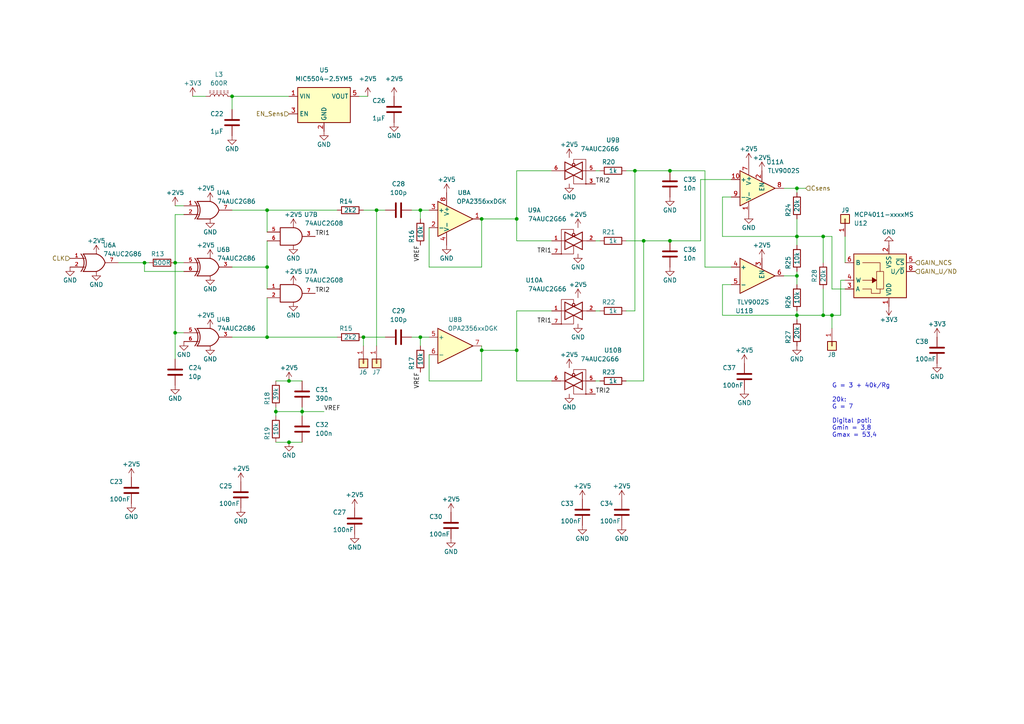
<source format=kicad_sch>
(kicad_sch (version 20211123) (generator eeschema)
  (paper "A4")
  (lib_symbols
    (symbol "74xGxx:74AUC2G08" (pin_names (offset 1.016))
      (property "Reference" "U" (at -2.54 3.81 0))
      (property "Value" "74AUC2G08" (at 0 -3.81 0))
      (symbol "74AUC2G08_0_1"
        (arc (start 0 -2.54) (mid 2.54 0) (end 0 2.54) (stroke (width 0.254)))
        (polyline (pts (xy 0 -2.54) (xy -3.81 -2.54) (xy -3.81 2.54) (xy 0 2.54)) (stroke (width 0.254)))
        (pin power_in line (at 0 -2.54 270) (length 0) hide (name "GND") (number "4"))
        (pin power_in line (at 0 2.54 90) (length 0) hide (name "VCC") (number "8"))
      )
      (symbol "74AUC2G08_1_1"
        (pin input line (at -7.62 1.27 0) (length 3.81) (name "~") (number "1"))
        (pin input line (at -7.62 -1.27 0) (length 3.81) (name "~") (number "2"))
        (pin output line (at 6.35 0 180) (length 3.81) (name "~") (number "7"))
      )
      (symbol "74AUC2G08_2_1"
        (pin output line (at 6.35 0 180) (length 3.81) (name "~") (number "3"))
        (pin input line (at -7.62 1.27 0) (length 3.81) (name "~") (number "5"))
        (pin input line (at -7.62 -1.27 0) (length 3.81) (name "~") (number "6"))
      )
    )
    (symbol "74xGxx:74AUC2G66" (pin_names (offset 1.016))
      (property "Reference" "U" (at -2.54 5.08 0))
      (property "Value" "74AUC2G66" (at 0 -5.08 0))
      (symbol "74AUC2G66_0_1"
        (circle (center -3.556 -3.81) (radius 0.127))
        (polyline (pts (xy -3.81 0) (xy -2.54 0)))
        (polyline (pts (xy -2.54 2.54) (xy -2.54 -2.54)) (stroke (width 0.254)))
        (polyline (pts (xy 2.54 0) (xy 3.81 0)))
        (polyline (pts (xy 2.54 2.54) (xy 2.54 -2.54)) (stroke (width 0.254)))
        (polyline (pts (xy -3.81 -3.81) (xy 0 -3.81) (xy 0 -1.27)))
        (polyline (pts (xy -2.54 -2.54) (xy 2.54 0) (xy -2.54 2.54)) (stroke (width 0.254)))
        (polyline (pts (xy 2.54 2.54) (xy -2.54 0) (xy 2.54 -2.54)) (stroke (width 0.254)))
        (polyline (pts (xy 0 2.159) (xy 0 3.302) (xy -3.556 3.302) (xy -3.556 -3.81)))
        (circle (center 0 1.778) (radius 0.381) (stroke (width 0.254)))
        (pin power_in line (at 1.27 -3.81 270) (length 0) hide (name "GND") (number "4"))
        (pin power_in line (at 1.27 3.81 90) (length 0) hide (name "VCC") (number "8"))
      )
      (symbol "74AUC2G66_1_1"
        (pin input line (at -6.35 0 0) (length 2.54) (name "~") (number "1"))
        (pin tri_state line (at 6.35 0 180) (length 2.54) (name "~") (number "2"))
        (pin input line (at -6.35 -3.81 0) (length 2.54) (name "~") (number "7"))
      )
      (symbol "74AUC2G66_2_1"
        (pin input line (at -6.35 -3.81 0) (length 2.54) (name "~") (number "3"))
        (pin input line (at -6.35 0 0) (length 2.54) (name "~") (number "5"))
        (pin tri_state line (at 6.35 0 180) (length 2.54) (name "~") (number "6"))
      )
    )
    (symbol "74xGxx:74AUC2G86" (pin_names (offset 1.016))
      (property "Reference" "U" (at -2.54 3.81 0))
      (property "Value" "74AUC2G86" (at 0 -3.81 0))
      (symbol "74AUC2G86_0_1"
        (arc (start -4.445 -2.54) (mid -3.554 0) (end -4.445 2.54) (stroke (width 0.254)))
        (arc (start -3.81 -2.54) (mid -2.919 0) (end -3.81 2.54) (stroke (width 0.254)))
        (arc (start 0 -2.54) (mid 1.5993 -1.6027) (end 2.54 0) (stroke (width 0.254)))
        (polyline (pts (xy -3.81 -1.27) (xy -3.175 -1.27)))
        (polyline (pts (xy -3.81 1.27) (xy -3.175 1.27)))
        (polyline (pts (xy 0 -2.54) (xy -3.81 -2.54)) (stroke (width 0.254)) (fill (type background)))
        (polyline (pts (xy 0 2.54) (xy -3.81 2.54)) (stroke (width 0.254)) (fill (type background)))
        (arc (start 2.54 0) (mid 1.6119 1.6152) (end 0 2.54) (stroke (width 0.254)))
        (pin power_in line (at 0 -2.54 270) (length 0) hide (name "GND") (number "4"))
        (pin power_in line (at 0 2.54 90) (length 0) hide (name "VCC") (number "8"))
      )
      (symbol "74AUC2G86_1_1"
        (pin input line (at -7.62 1.27 0) (length 3.81) (name "~") (number "1"))
        (pin input line (at -7.62 -1.27 0) (length 3.81) (name "~") (number "2"))
        (pin output line (at 6.35 0 180) (length 3.81) (name "~") (number "7"))
      )
      (symbol "74AUC2G86_2_1"
        (pin output line (at 6.35 0 180) (length 3.81) (name "~") (number "3"))
        (pin input line (at -7.62 1.27 0) (length 3.81) (name "~") (number "5"))
        (pin input line (at -7.62 -1.27 0) (length 3.81) (name "~") (number "6"))
      )
    )
    (symbol "Amplifier_Operational:OPA2356xxDGK" (pin_names (offset 0.127))
      (property "Reference" "U" (at 0 5.08 0))
      (property "Value" "OPA2356xxDGK" (at 0 -5.08 0))
      (symbol "OPA2356xxDGK_1_1"
        (polyline (pts (xy -5.08 5.08) (xy 5.08 0) (xy -5.08 -5.08) (xy -5.08 5.08)) (stroke (width 0.254)) (fill (type background)))
        (pin output line (at 7.62 0 180) (length 2.54) (name "~") (number "1"))
        (pin input line (at -7.62 -2.54 0) (length 2.54) (name "-") (number "2"))
        (pin input line (at -7.62 2.54 0) (length 2.54) (name "+") (number "3"))
      )
      (symbol "OPA2356xxDGK_2_1"
        (polyline (pts (xy -5.08 5.08) (xy 5.08 0) (xy -5.08 -5.08) (xy -5.08 5.08)) (stroke (width 0.254)) (fill (type background)))
        (pin input line (at -7.62 2.54 0) (length 2.54) (name "+") (number "5"))
        (pin input line (at -7.62 -2.54 0) (length 2.54) (name "-") (number "6"))
        (pin output line (at 7.62 0 180) (length 2.54) (name "~") (number "7"))
      )
      (symbol "OPA2356xxDGK_3_1"
        (pin power_in line (at -2.54 -7.62 90) (length 3.81) (name "V-") (number "4"))
        (pin power_in line (at -2.54 7.62 270) (length 3.81) (name "V+") (number "8"))
      )
    )
    (symbol "Bergi:TLV9002S" (pin_names (offset 0.127))
      (property "Reference" "U" (at 0 5.08 0))
      (property "Value" "TLV9002S" (at 0 -5.08 0))
      (symbol "TLV9002S_1_1"
        (polyline (pts (xy -5.08 5.08) (xy 5.08 0) (xy -5.08 -5.08) (xy -5.08 5.08)) (stroke (width 0.254)) (fill (type background)))
        (pin input line (at -7.62 2.54 0) (length 2.54) (name "+") (number "10"))
        (pin output line (at 1.27 5.08 270) (length 3.175) (name "EN") (number "2"))
        (pin output line (at 7.62 0 180) (length 2.54) (name "~") (number "8"))
        (pin input line (at -7.62 -2.54 0) (length 2.54) (name "-") (number "9"))
      )
      (symbol "TLV9002S_2_1"
        (polyline (pts (xy -5.08 5.08) (xy 5.08 0) (xy -5.08 -5.08) (xy -5.08 5.08)) (stroke (width 0.254)) (fill (type background)))
        (pin output line (at 1.27 5.08 270) (length 3.175) (name "EN") (number "3"))
        (pin input line (at -7.62 2.54 0) (length 2.54) (name "+") (number "4"))
        (pin input line (at -7.62 -2.54 0) (length 2.54) (name "-") (number "5"))
        (pin output line (at 7.62 0 180) (length 2.54) (name "~") (number "6"))
      )
      (symbol "TLV9002S_3_1"
        (pin power_in line (at -2.54 -7.62 90) (length 3.81) (name "V-") (number "1"))
        (pin power_in line (at -2.54 7.62 270) (length 3.81) (name "V+") (number "7"))
      )
    )
    (symbol "Connector_Generic:Conn_01x01" (pin_names (offset 1.016) hide)
      (property "Reference" "J" (at 0 2.54 0))
      (property "Value" "Conn_01x01" (at 0 -2.54 0))
      (symbol "Conn_01x01_1_1"
        (rectangle (start -1.27 0.127) (end 0 -0.127) (stroke (width 0.1524)))
        (rectangle (start -1.27 1.27) (end 1.27 -1.27) (stroke (width 0.254)) (fill (type background)))
        (pin passive line (at -5.08 0 0) (length 3.81) (name "Pin_1") (number "1"))
      )
    )
    (symbol "Device:C" (pin_numbers hide) (pin_names (offset 0.254))
      (property "Reference" "C" (at 0.635 2.54 0))
      (property "Value" "C" (at 0.635 -2.54 0))
      (symbol "C_0_1"
        (polyline (pts (xy -2.032 -0.762) (xy 2.032 -0.762)) (stroke (width 0.508)))
        (polyline (pts (xy -2.032 0.762) (xy 2.032 0.762)) (stroke (width 0.508)))
      )
      (symbol "C_1_1"
        (pin passive line (at 0 3.81 270) (length 2.794) (name "~") (number "1"))
        (pin passive line (at 0 -3.81 90) (length 2.794) (name "~") (number "2"))
      )
    )
    (symbol "Device:L_Ferrite" (pin_numbers hide) (pin_names (offset 1.016) hide)
      (property "Reference" "L" (at -1.27 0 90))
      (property "Value" "L_Ferrite" (at 2.794 0 90))
      (symbol "L_Ferrite_0_1"
        (arc (start 0 -2.54) (mid 0.635 -1.905) (end 0 -1.27))
        (arc (start 0 -1.27) (mid 0.635 -0.635) (end 0 0))
        (polyline (pts (xy 1.016 -2.794) (xy 1.016 -2.286)))
        (polyline (pts (xy 1.016 -1.778) (xy 1.016 -1.27)))
        (polyline (pts (xy 1.016 -0.762) (xy 1.016 -0.254)))
        (polyline (pts (xy 1.016 0.254) (xy 1.016 0.762)))
        (polyline (pts (xy 1.016 1.27) (xy 1.016 1.778)))
        (polyline (pts (xy 1.016 2.286) (xy 1.016 2.794)))
        (polyline (pts (xy 1.524 -2.286) (xy 1.524 -2.794)))
        (polyline (pts (xy 1.524 -1.27) (xy 1.524 -1.778)))
        (polyline (pts (xy 1.524 -0.254) (xy 1.524 -0.762)))
        (polyline (pts (xy 1.524 0.762) (xy 1.524 0.254)))
        (polyline (pts (xy 1.524 1.778) (xy 1.524 1.27)))
        (polyline (pts (xy 1.524 2.794) (xy 1.524 2.286)))
        (arc (start 0 0) (mid 0.635 0.635) (end 0 1.27))
        (arc (start 0 1.27) (mid 0.635 1.905) (end 0 2.54))
      )
      (symbol "L_Ferrite_1_1"
        (pin passive line (at 0 3.81 270) (length 1.27) (name "1") (number "1"))
        (pin passive line (at 0 -3.81 90) (length 1.27) (name "2") (number "2"))
      )
    )
    (symbol "Device:R" (pin_numbers hide) (pin_names (offset 0))
      (property "Reference" "R" (at 2.032 0 90))
      (property "Value" "R" (at 0 0 90))
      (symbol "R_0_1"
        (rectangle (start -1.016 -2.54) (end 1.016 2.54) (stroke (width 0.254)))
      )
      (symbol "R_1_1"
        (pin passive line (at 0 3.81 270) (length 1.27) (name "~") (number "1"))
        (pin passive line (at 0 -3.81 90) (length 1.27) (name "~") (number "2"))
      )
    )
    (symbol "Potentiometer_Digital:MCP4011-xxxxMS"
      (property "Reference" "U" (at -7.62 8.89 0))
      (property "Value" "MCP4011-xxxxMS" (at 1.27 8.89 0))
      (symbol "MCP4011-xxxxMS_0_1"
        (polyline (pts (xy 0 0) (xy 0 -2.54) (xy 5.08 -2.54)))
        (polyline (pts (xy 5.08 2.54) (xy 3.81 2.54) (xy 1.27 2.54)))
        (polyline (pts (xy 5.08 5.08) (xy 2.54 5.08) (xy 2.54 6.35) (xy 0 6.35) (xy 0 5.08)))
      )
      (symbol "MCP4011-xxxxMS_1_1"
        (rectangle (start -7.62 7.62) (end 7.62 -5.08) (stroke (width 0.254)) (fill (type background)))
        (polyline (pts (xy 2.286 1.778) (xy 2.286 3.302) (xy 1.016 2.54) (xy 2.286 1.778)) (fill (type outline)))
        (rectangle (start 1.016 0) (end -1.016 5.08))
        (pin power_in line (at -2.54 10.16 270) (length 2.54) (name "VDD") (number "1"))
        (pin power_in line (at -2.54 -7.62 90) (length 2.54) (name "VSS") (number "2"))
        (pin passive line (at 10.16 5.08 180) (length 2.54) (name "A") (number "3"))
        (pin passive line (at 10.16 2.54 180) (length 2.54) (name "W") (number "4"))
        (pin input line (at -10.16 -2.54 0) (length 2.54) (name "~{CS}") (number "5"))
        (pin passive line (at 10.16 -2.54 180) (length 2.54) (name "B") (number "6"))
        (pin no_connect line (at -7.62 5.08 0) (length 2.54) hide (name "NC") (number "7"))
        (pin input line (at -10.16 0 0) (length 2.54) (name "U/~{D}") (number "8"))
      )
    )
    (symbol "Regulator_Linear:MIC5504-2.5YM5"
      (property "Reference" "U" (at -7.62 8.89 0))
      (property "Value" "MIC5504-2.5YM5" (at -7.62 6.35 0))
      (symbol "MIC5504-2.5YM5_0_1"
        (rectangle (start -7.62 -5.08) (end 7.62 5.08) (stroke (width 0.254)) (fill (type background)))
      )
      (symbol "MIC5504-2.5YM5_1_1"
        (pin power_in line (at -10.16 2.54 0) (length 2.54) (name "VIN") (number "1"))
        (pin power_in line (at 0 -7.62 90) (length 2.54) (name "GND") (number "2"))
        (pin input line (at -10.16 -2.54 0) (length 2.54) (name "EN") (number "3"))
        (pin no_connect line (at 7.62 -2.54 180) (length 2.54) hide (name "NC") (number "4"))
        (pin power_out line (at 10.16 2.54 180) (length 2.54) (name "VOUT") (number "5"))
      )
    )
    (symbol "power:+2V5" (power) (pin_names (offset 0))
      (property "Value" "+2V5" (at 0 3.556 0))
      (symbol "+2V5_0_1"
        (polyline (pts (xy -0.762 1.27) (xy 0 2.54)))
        (polyline (pts (xy 0 0) (xy 0 2.54)))
        (polyline (pts (xy 0 2.54) (xy 0.762 1.27)))
      )
      (symbol "+2V5_1_1"
        (pin power_in line (at 0 0 90) (length 0) hide (name "+2V5") (number "1"))
      )
    )
    (symbol "power:+3V3" (power) (pin_names (offset 0))
      (property "Value" "+3V3" (at 0 3.556 0))
      (symbol "+3V3_0_1"
        (polyline (pts (xy -0.762 1.27) (xy 0 2.54)))
        (polyline (pts (xy 0 0) (xy 0 2.54)))
        (polyline (pts (xy 0 2.54) (xy 0.762 1.27)))
      )
      (symbol "+3V3_1_1"
        (pin power_in line (at 0 0 90) (length 0) hide (name "+3V3") (number "1"))
      )
    )
    (symbol "power:GND" (power) (pin_names (offset 0))
      (property "Value" "GND" (at 0 -3.81 0))
      (symbol "GND_0_1"
        (polyline (pts (xy 0 0) (xy 0 -1.27) (xy 1.27 -1.27) (xy 0 -2.54) (xy -1.27 -1.27) (xy 0 -1.27)))
      )
      (symbol "GND_1_1"
        (pin power_in line (at 0 0 270) (length 0) hide (name "GND") (number "1"))
      )
    )
  )
  (junction (at 80.01 119.38))
  (junction (at 67.31 27.94))
  (junction (at 149.86 101.6))
  (junction (at 121.92 97.79))
  (junction (at 83.82 128.27))
  (junction (at 109.22 60.96))
  (junction (at 87.63 119.38))
  (junction (at 77.47 97.79))
  (junction (at 77.47 77.47))
  (junction (at 105.41 97.79))
  (junction (at 231.14 54.61))
  (junction (at 194.31 49.53))
  (junction (at 77.47 60.96))
  (junction (at 121.92 60.96))
  (junction (at 139.7 63.5))
  (junction (at 238.76 68.58))
  (junction (at 139.7 101.6))
  (junction (at 238.76 91.44))
  (junction (at 149.86 63.5))
  (junction (at 186.69 69.85))
  (junction (at 184.15 49.53))
  (junction (at 194.31 69.85))
  (junction (at 50.8 96.52))
  (junction (at 231.14 91.44))
  (junction (at 50.8 76.2))
  (junction (at 83.82 110.49))
  (junction (at 241.3 91.44))
  (junction (at 231.14 80.01))
  (junction (at 231.14 68.58))
  (junction (at 41.91 76.2))
  (wire (pts (xy 121.92 63.5) (xy 121.92 60.96)))
  (wire (pts (xy 77.47 69.85) (xy 77.47 77.47)))
  (wire (pts (xy 109.22 60.96) (xy 111.76 60.96)))
  (wire (pts (xy 80.01 118.11) (xy 80.01 119.38)))
  (wire (pts (xy 231.14 90.17) (xy 231.14 91.44)))
  (wire (pts (xy 231.14 54.61) (xy 233.68 54.61)))
  (wire (pts (xy 77.47 60.96) (xy 77.47 67.31)))
  (wire (pts (xy 50.8 59.69) (xy 53.34 59.69)))
  (wire (pts (xy 83.82 110.49) (xy 87.63 110.49)))
  (wire (pts (xy 53.34 78.74) (xy 41.91 78.74)))
  (wire (pts (xy 241.3 91.44) (xy 241.3 95.25)))
  (wire (pts (xy 227.33 54.61) (xy 231.14 54.61)))
  (wire (pts (xy 181.61 69.85) (xy 186.69 69.85)))
  (wire (pts (xy 209.55 68.58) (xy 209.55 57.15)))
  (wire (pts (xy 231.14 91.44) (xy 238.76 91.44)))
  (wire (pts (xy 203.2 52.07) (xy 212.09 52.07)))
  (wire (pts (xy 83.82 128.27) (xy 87.63 128.27)))
  (wire (pts (xy 105.41 60.96) (xy 109.22 60.96)))
  (wire (pts (xy 184.15 90.17) (xy 184.15 49.53)))
  (wire (pts (xy 209.55 82.55) (xy 212.09 82.55)))
  (wire (pts (xy 231.14 68.58) (xy 231.14 71.12)))
  (wire (pts (xy 184.15 49.53) (xy 181.61 49.53)))
  (wire (pts (xy 172.72 69.85) (xy 173.99 69.85)))
  (wire (pts (xy 77.47 86.36) (xy 77.47 97.79)))
  (wire (pts (xy 50.8 62.23) (xy 53.34 62.23)))
  (wire (pts (xy 50.8 76.2) (xy 50.8 62.23)))
  (wire (pts (xy 238.76 76.2) (xy 238.76 68.58)))
  (wire (pts (xy 67.31 60.96) (xy 77.47 60.96)))
  (wire (pts (xy 231.14 63.5) (xy 231.14 68.58)))
  (wire (pts (xy 105.41 100.33) (xy 105.41 97.79)))
  (wire (pts (xy 184.15 49.53) (xy 194.31 49.53)))
  (wire (pts (xy 172.72 110.49) (xy 173.99 110.49)))
  (wire (pts (xy 186.69 110.49) (xy 186.69 69.85)))
  (wire (pts (xy 139.7 100.33) (xy 139.7 101.6)))
  (wire (pts (xy 149.86 110.49) (xy 149.86 101.6)))
  (wire (pts (xy 87.63 119.38) (xy 87.63 120.65)))
  (wire (pts (xy 67.31 97.79) (xy 77.47 97.79)))
  (wire (pts (xy 124.46 110.49) (xy 139.7 110.49)))
  (wire (pts (xy 124.46 102.87) (xy 124.46 110.49)))
  (wire (pts (xy 41.91 78.74) (xy 41.91 76.2)))
  (wire (pts (xy 227.33 80.01) (xy 231.14 80.01)))
  (wire (pts (xy 204.47 49.53) (xy 204.47 77.47)))
  (wire (pts (xy 80.01 120.65) (xy 80.01 119.38)))
  (wire (pts (xy 139.7 77.47) (xy 139.7 63.5)))
  (wire (pts (xy 77.47 97.79) (xy 97.79 97.79)))
  (wire (pts (xy 41.91 76.2) (xy 43.18 76.2)))
  (wire (pts (xy 121.92 60.96) (xy 124.46 60.96)))
  (wire (pts (xy 231.14 68.58) (xy 209.55 68.58)))
  (wire (pts (xy 149.86 101.6) (xy 149.86 90.17)))
  (wire (pts (xy 203.2 69.85) (xy 203.2 52.07)))
  (wire (pts (xy 231.14 78.74) (xy 231.14 80.01)))
  (wire (pts (xy 245.11 83.82) (xy 241.3 83.82)))
  (wire (pts (xy 67.31 27.94) (xy 67.31 31.75)))
  (wire (pts (xy 241.3 91.44) (xy 238.76 91.44)))
  (wire (pts (xy 149.86 90.17) (xy 160.02 90.17)))
  (wire (pts (xy 104.14 27.94) (xy 106.68 27.94)))
  (wire (pts (xy 241.3 68.58) (xy 241.3 83.82)))
  (wire (pts (xy 231.14 80.01) (xy 231.14 82.55)))
  (wire (pts (xy 139.7 101.6) (xy 149.86 101.6)))
  (wire (pts (xy 238.76 83.82) (xy 238.76 91.44)))
  (wire (pts (xy 160.02 110.49) (xy 149.86 110.49)))
  (wire (pts (xy 238.76 68.58) (xy 231.14 68.58)))
  (wire (pts (xy 50.8 96.52) (xy 50.8 104.14)))
  (wire (pts (xy 55.88 27.94) (xy 59.69 27.94)))
  (wire (pts (xy 194.31 49.53) (xy 204.47 49.53)))
  (wire (pts (xy 245.11 68.58) (xy 245.11 76.2)))
  (wire (pts (xy 149.86 49.53) (xy 160.02 49.53)))
  (wire (pts (xy 119.38 60.96) (xy 121.92 60.96)))
  (wire (pts (xy 119.38 97.79) (xy 121.92 97.79)))
  (wire (pts (xy 50.8 76.2) (xy 53.34 76.2)))
  (wire (pts (xy 149.86 69.85) (xy 149.86 63.5)))
  (wire (pts (xy 181.61 90.17) (xy 184.15 90.17)))
  (wire (pts (xy 121.92 100.33) (xy 121.92 97.79)))
  (wire (pts (xy 231.14 91.44) (xy 231.14 92.71)))
  (wire (pts (xy 243.84 81.28) (xy 245.11 81.28)))
  (wire (pts (xy 181.61 110.49) (xy 186.69 110.49)))
  (wire (pts (xy 77.47 60.96) (xy 97.79 60.96)))
  (wire (pts (xy 87.63 119.38) (xy 87.63 118.11)))
  (wire (pts (xy 50.8 96.52) (xy 53.34 96.52)))
  (wire (pts (xy 109.22 100.33) (xy 109.22 60.96)))
  (wire (pts (xy 243.84 91.44) (xy 241.3 91.44)))
  (wire (pts (xy 186.69 69.85) (xy 194.31 69.85)))
  (wire (pts (xy 50.8 76.2) (xy 50.8 96.52)))
  (wire (pts (xy 121.92 97.79) (xy 124.46 97.79)))
  (wire (pts (xy 34.29 76.2) (xy 41.91 76.2)))
  (wire (pts (xy 172.72 90.17) (xy 173.99 90.17)))
  (wire (pts (xy 139.7 101.6) (xy 139.7 110.49)))
  (wire (pts (xy 149.86 63.5) (xy 149.86 49.53)))
  (wire (pts (xy 194.31 69.85) (xy 203.2 69.85)))
  (wire (pts (xy 243.84 81.28) (xy 243.84 91.44)))
  (wire (pts (xy 67.31 27.94) (xy 83.82 27.94)))
  (wire (pts (xy 209.55 91.44) (xy 209.55 82.55)))
  (wire (pts (xy 238.76 68.58) (xy 241.3 68.58)))
  (wire (pts (xy 80.01 128.27) (xy 83.82 128.27)))
  (wire (pts (xy 80.01 110.49) (xy 83.82 110.49)))
  (wire (pts (xy 105.41 97.79) (xy 111.76 97.79)))
  (wire (pts (xy 124.46 77.47) (xy 139.7 77.47)))
  (wire (pts (xy 80.01 119.38) (xy 87.63 119.38)))
  (wire (pts (xy 209.55 57.15) (xy 212.09 57.15)))
  (wire (pts (xy 172.72 49.53) (xy 173.99 49.53)))
  (wire (pts (xy 77.47 83.82) (xy 77.47 77.47)))
  (wire (pts (xy 231.14 91.44) (xy 209.55 91.44)))
  (wire (pts (xy 231.14 54.61) (xy 231.14 55.88)))
  (wire (pts (xy 160.02 69.85) (xy 149.86 69.85)))
  (wire (pts (xy 139.7 63.5) (xy 149.86 63.5)))
  (wire (pts (xy 124.46 66.04) (xy 124.46 77.47)))
  (wire (pts (xy 67.31 77.47) (xy 77.47 77.47)))
  (wire (pts (xy 204.47 77.47) (xy 212.09 77.47)))
  (wire (pts (xy 87.63 119.38) (xy 93.98 119.38)))
  (text "G = 3 + 40k/Rg\n\n20k:\nG = 7\n\nDigital poti:\nGmin = 3,8\nGmax = 53,4" (at 241.3 127 0) (effects (font (size 1.27 1.27)) (justify left bottom)))
  (label "TRI1" (at 160.02 93.98 180))
  (label "VREF" (at 93.98 119.38 0))
  (label "TRI2" (at 172.72 53.34 0))
  (label "TRI2" (at 91.44 85.09 0))
  (label "TRI2" (at 172.72 114.3 0))
  (label "TRI1" (at 91.44 68.58 0))
  (label "VREF" (at 121.92 107.95 270))
  (label "TRI1" (at 160.02 73.66 180))
  (label "VREF" (at 121.92 71.12 270))
  (hierarchical_label "Csens" (shape input) (at 233.68 54.61 0))
  (hierarchical_label "GAIN_U{slash}ND" (shape input) (at 265.43 78.74 0))
  (hierarchical_label "CLK" (shape input) (at 20.32 74.93 180))
  (hierarchical_label "EN_Sens" (shape input) (at 83.82 33.02 180))
  (hierarchical_label "GAIN_NCS" (shape input) (at 265.43 76.2 0))
  (symbol (lib_id "power:GND") (at 83.82 128.27 0) (unit 1)
    (property "Reference" "#PWR086" (effects hide))
    (property "Value" "GND" (at 83.82 132.08 0))
  )
  (symbol (lib_id "power:GND") (at 102.87 154.94 0) (unit 1)
    (property "Reference" "#PWR084" (effects hide))
    (property "Value" "GND" (at 102.87 158.75 0))
  )
  (symbol (lib_id "power:GND") (at 85.09 71.12 0) (unit 1)
    (property "Reference" "#PWR080" (effects hide))
    (property "Value" "GND" (at 85.09 74.93 0))
  )
  (symbol (lib_id "Device:C") (at 115.57 97.79 90) (unit 1)
    (property "Reference" "C29" (at 115.57 90.17 90))
    (property "Value" "100p" (at 115.57 92.71 90))
    (property "Footprint" "Capacitor_SMD:C_0603_1608Metric" (effects hide))
  )
  (symbol (lib_id "74xGxx:74AUC2G66") (at 166.37 49.53 0) (mirror y) (unit 2)
    (property "Reference" "U9" (at 177.8 40.64 0))
    (property "Value" "74AUC2G66" (at 173.99 43.18 0))
    (property "Footprint" "Package_SO:VSSOP-8_2.3x2mm_P0.5mm" (effects hide))
    (property "Datasheet" "http://www.ti.com/lit/sg/scyt129e/scyt129e.pdf" (effects hide))
    (property "HTN" "TI SN74AUC2G66DCUR" (effects hide))
  )
  (symbol (lib_id "Device:C") (at 87.63 124.46 0) (unit 1)
    (property "Reference" "C32" (at 91.44 123.1899 0) (effects (justify left)))
    (property "Value" "100n" (at 91.44 125.7299 0) (effects (justify left)))
    (property "Footprint" "Capacitor_SMD:C_0603_1608Metric" (effects hide))
  )
  (symbol (lib_id "Device:R") (at 231.14 86.36 180) (unit 1)
    (property "Reference" "R26" (at 228.6 87.63 90))
    (property "Value" "10k" (at 231.14 86.36 90))
    (property "Footprint" "Resistor_SMD:R_0603_1608Metric" (effects hide))
  )
  (symbol (lib_id "power:GND") (at 60.96 63.5 0) (unit 1)
    (property "Reference" "#PWR072" (effects hide))
    (property "Value" "GND" (at 60.96 67.31 0))
  )
  (symbol (lib_id "Connector_Generic:Conn_01x01") (at 245.11 63.5 90) (unit 1)
    (property "Reference" "J9" (at 246.38 60.96 90) (effects (justify left)))
    (property "Value" "Conn_01x01" (effects hide))
    (property "Footprint" "TestPoint:TestPoint_Pad_D1.5mm" (effects hide))
  )
  (symbol (lib_id "power:GND") (at 53.34 99.06 0) (unit 1)
    (property "Reference" "#PWR067" (effects hide))
    (property "Value" "GND" (at 53.34 102.87 0))
  )
  (symbol (lib_id "Device:R") (at 177.8 49.53 90) (unit 1)
    (property "Reference" "R20" (at 176.53 46.99 90))
    (property "Value" "1k" (at 177.8 49.53 90))
    (property "Footprint" "Resistor_SMD:R_0603_1608Metric" (effects hide))
  )
  (symbol (lib_id "Device:C") (at 115.57 60.96 90) (unit 1)
    (property "Reference" "C28" (at 115.57 53.34 90))
    (property "Value" "100p" (at 115.57 55.88 90))
    (property "Footprint" "Capacitor_SMD:C_0603_1608Metric" (effects hide))
  )
  (symbol (lib_id "power:+2V5") (at 180.34 144.78 0) (unit 1)
    (property "Reference" "#PWR0101" (effects hide))
    (property "Value" "+2V5" (at 180.34 140.97 0))
  )
  (symbol (lib_id "power:+2V5") (at 168.91 144.78 0) (unit 1)
    (property "Reference" "#PWR099" (effects hide))
    (property "Value" "+2V5" (at 168.91 140.97 0))
  )
  (symbol (lib_id "Device:C") (at 215.9 109.22 0) (unit 1)
    (property "Reference" "C37" (at 209.55 106.68 0) (effects (justify left)))
    (property "Value" "100nF" (at 209.55 111.76 0) (effects (justify left)))
    (property "Footprint" "Capacitor_SMD:C_0603_1608Metric" (effects hide))
  )
  (symbol (lib_id "Regulator_Linear:MIC5504-2.5YM5") (at 93.98 30.48 0) (unit 1)
    (property "Reference" "U5" (at 93.98 20.32 0))
    (property "Value" "MIC5504-2.5YM5" (at 93.98 22.86 0))
    (property "Footprint" "Package_TO_SOT_SMD:SOT-23-5" (effects hide))
    (property "Datasheet" "http://ww1.microchip.com/downloads/en/DeviceDoc/MIC550X.pdf" (effects hide))
  )
  (symbol (lib_id "power:GND") (at 217.17 62.23 0) (unit 1)
    (property "Reference" "#PWR0106" (effects hide))
    (property "Value" "GND" (at 217.17 66.04 0))
  )
  (symbol (lib_id "Device:L_Ferrite") (at 63.5 27.94 90) (unit 1)
    (property "Reference" "L3" (at 63.5 21.59 90))
    (property "Value" "600R" (at 63.5 24.13 90))
    (property "Footprint" "Inductor_SMD:L_0603_1608Metric" (effects hide))
  )
  (symbol (lib_id "power:GND") (at 165.1 114.3 0) (unit 1)
    (property "Reference" "#PWR098" (effects hide))
    (property "Value" "GND" (at 165.1 118.11 0))
  )
  (symbol (lib_id "power:GND") (at 50.8 111.76 0) (unit 1)
    (property "Reference" "#PWR066" (effects hide))
    (property "Value" "GND" (at 50.8 115.57 0))
  )
  (symbol (lib_id "power:+2V5") (at 27.94 73.66 0) (unit 1)
    (property "Reference" "#PWR060" (effects hide))
    (property "Value" "+2V5" (at 27.94 69.85 0))
  )
  (symbol (lib_id "power:+2V5") (at 165.1 106.68 0) (unit 1)
    (property "Reference" "#PWR097" (effects hide))
    (property "Value" "+2V5" (at 165.1 102.87 0))
  )
  (symbol (lib_id "power:+2V5") (at 102.87 147.32 0) (unit 1)
    (property "Reference" "#PWR083" (effects hide))
    (property "Value" "+2V5" (at 102.87 143.51 0))
  )
  (symbol (lib_id "power:+2V5") (at 106.68 27.94 0) (unit 1)
    (property "Reference" "#PWR068" (effects hide))
    (property "Value" "+2V5" (at 106.68 22.86 0))
  )
  (symbol (lib_id "Amplifier_Operational:OPA2356xxDGK") (at 132.08 63.5 0) (unit 3)
    (property "Reference" "U8" (effects hide))
    (property "Value" "OPA2356xxDGK" (effects hide))
    (property "Footprint" "Package_SO:MSOP-8_3x3mm_P0.65mm" (effects hide))
    (property "Datasheet" "http://www.ti.com/lit/ds/symlink/opa2356.pdf" (effects hide))
  )
  (symbol (lib_id "Device:R") (at 80.01 124.46 180) (unit 1)
    (property "Reference" "R19" (at 77.47 125.73 90))
    (property "Value" "10k" (at 80.01 124.46 90))
    (property "Footprint" "Resistor_SMD:R_0603_1608Metric" (effects hide))
  )
  (symbol (lib_id "power:GND") (at 129.54 71.12 0) (unit 1)
    (property "Reference" "#PWR088" (effects hide))
    (property "Value" "GND" (at 129.54 74.93 0))
  )
  (symbol (lib_id "power:GND") (at 130.81 156.21 0) (unit 1)
    (property "Reference" "#PWR090" (effects hide))
    (property "Value" "GND" (at 130.81 160.02 0))
  )
  (symbol (lib_id "power:+2V5") (at 220.98 49.53 0) (unit 1)
    (property "Reference" "#PWR0107" (effects hide))
    (property "Value" "+2V5" (at 220.98 45.72 0))
  )
  (symbol (lib_id "Device:C") (at 67.31 35.56 0) (unit 1)
    (property "Reference" "C22" (at 60.96 33.02 0) (effects (justify left)))
    (property "Value" "1µF" (at 60.96 38.1 0) (effects (justify left)))
    (property "Footprint" "Capacitor_SMD:C_0603_1608Metric" (effects hide))
  )
  (symbol (lib_id "Amplifier_Operational:OPA2356xxDGK") (at 132.08 100.33 0) (unit 2)
    (property "Reference" "U8" (at 132.08 92.71 0))
    (property "Value" "OPA2356xxDGK" (at 137.16 95.25 0))
    (property "Footprint" "Package_SO:MSOP-8_3x3mm_P0.65mm" (effects hide))
    (property "Datasheet" "http://www.ti.com/lit/ds/symlink/opa2356.pdf" (effects hide))
  )
  (symbol (lib_id "Bergi:TLV9002S") (at 219.71 54.61 0) (unit 1)
    (property "Reference" "U11" (at 224.79 46.99 0))
    (property "Value" "TLV9002S" (at 227.33 49.53 0))
    (property "Footprint" "Bergi:Texas_S-X2QFN-10" (effects hide))
    (property "HTN" "TI TLV9002SIRUGR" (effects hide))
  )
  (symbol (lib_id "power:GND") (at 231.14 100.33 0) (unit 1)
    (property "Reference" "#PWR0111" (effects hide))
    (property "Value" "GND" (at 231.14 104.14 0))
  )
  (symbol (lib_id "power:GND") (at 38.1 146.05 0) (unit 1)
    (property "Reference" "#PWR063" (effects hide))
    (property "Value" "GND" (at 38.1 149.86 0))
  )
  (symbol (lib_id "Device:R") (at 46.99 76.2 270) (unit 1)
    (property "Reference" "R13" (at 45.72 73.66 90))
    (property "Value" "500R" (at 46.99 76.2 90))
    (property "Footprint" "Resistor_SMD:R_0603_1608Metric" (effects hide))
  )
  (symbol (lib_id "power:+3V3") (at 257.81 88.9 180) (unit 1)
    (property "Reference" "#PWR0113" (effects hide))
    (property "Value" "+3V3" (at 257.81 92.71 0))
  )
  (symbol (lib_id "Device:C") (at 194.31 73.66 0) (unit 1)
    (property "Reference" "C36" (at 198.12 72.3899 0) (effects (justify left)))
    (property "Value" "10n" (at 198.12 74.9299 0) (effects (justify left)))
    (property "Footprint" "Capacitor_SMD:C_0603_1608Metric" (effects hide))
  )
  (symbol (lib_id "74xGxx:74AUC2G86") (at 27.94 76.2 0) (unit 1)
    (property "Reference" "U6" (at 31.75 71.12 0))
    (property "Value" "74AUC2G86" (at 35.56 73.66 0))
    (property "Footprint" "Package_SO:VSSOP-8_2.3x2mm_P0.5mm" (effects hide))
    (property "Datasheet" "http://www.ti.com/lit/sg/scyt129e/scyt129e.pdf" (effects hide))
    (property "HTN" "TI SN74AUC2G86DCUR" (effects hide))
  )
  (symbol (lib_id "Device:C") (at 102.87 151.13 0) (unit 1)
    (property "Reference" "C27" (at 96.52 148.59 0) (effects (justify left)))
    (property "Value" "100nF" (at 96.52 153.67 0) (effects (justify left)))
    (property "Footprint" "Capacitor_SMD:C_0603_1608Metric" (effects hide))
  )
  (symbol (lib_id "power:GND") (at 67.31 39.37 0) (unit 1)
    (property "Reference" "#PWR058" (effects hide))
    (property "Value" "GND" (at 67.31 43.18 0))
  )
  (symbol (lib_id "power:GND") (at 60.96 100.33 0) (unit 1)
    (property "Reference" "#PWR074" (effects hide))
    (property "Value" "GND" (at 60.96 104.14 0))
  )
  (symbol (lib_id "power:GND") (at 257.81 71.12 180) (unit 1)
    (property "Reference" "#PWR0112" (effects hide))
    (property "Value" "GND" (at 257.81 67.31 0))
  )
  (symbol (lib_id "Connector_Generic:Conn_01x01") (at 109.22 105.41 270) (unit 1)
    (property "Reference" "J7" (at 107.95 107.95 90) (effects (justify left)))
    (property "Value" "Conn_01x01" (effects hide))
    (property "Footprint" "Bergi:dummyPad" (effects hide))
  )
  (symbol (lib_id "Device:C") (at 194.31 53.34 0) (unit 1)
    (property "Reference" "C35" (at 198.12 52.0699 0) (effects (justify left)))
    (property "Value" "10n" (at 198.12 54.6099 0) (effects (justify left)))
    (property "Footprint" "Capacitor_SMD:C_0603_1608Metric" (effects hide))
  )
  (symbol (lib_id "power:+3V3") (at 55.88 27.94 0) (unit 1)
    (property "Reference" "#PWR057" (effects hide))
    (property "Value" "+3V3" (at 55.88 24.13 0))
  )
  (symbol (lib_id "power:GND") (at 27.94 78.74 0) (unit 1)
    (property "Reference" "#PWR061" (effects hide))
    (property "Value" "GND" (at 27.94 82.55 0))
  )
  (symbol (lib_id "Connector_Generic:Conn_01x01") (at 105.41 105.41 270) (unit 1)
    (property "Reference" "J6" (at 104.14 107.95 90) (effects (justify left)))
    (property "Value" "Conn_01x01" (effects hide))
    (property "Footprint" "Bergi:dummyPad" (effects hide))
  )
  (symbol (lib_id "Connector_Generic:Conn_01x01") (at 241.3 100.33 270) (unit 1)
    (property "Reference" "J8" (at 240.03 102.87 90) (effects (justify left)))
    (property "Value" "Conn_01x01" (effects hide))
    (property "Footprint" "TestPoint:TestPoint_Pad_D1.5mm" (effects hide))
  )
  (symbol (lib_id "Device:C") (at 69.85 143.51 0) (unit 1)
    (property "Reference" "C25" (at 63.5 140.97 0) (effects (justify left)))
    (property "Value" "100nF" (at 63.5 146.05 0) (effects (justify left)))
    (property "Footprint" "Capacitor_SMD:C_0603_1608Metric" (effects hide))
  )
  (symbol (lib_id "power:+2V5") (at 167.64 66.04 0) (unit 1)
    (property "Reference" "#PWR093" (effects hide))
    (property "Value" "+2V5" (at 167.64 62.23 0))
  )
  (symbol (lib_id "power:GND") (at 180.34 152.4 0) (unit 1)
    (property "Reference" "#PWR0102" (effects hide))
    (property "Value" "GND" (at 180.34 156.21 0))
  )
  (symbol (lib_id "Bergi:TLV9002S") (at 219.71 54.61 0) (unit 3)
    (property "Reference" "U11" (effects hide))
    (property "Value" "TLV9002S" (effects hide))
    (property "Footprint" "Bergi:Texas_S-X2QFN-10" (effects hide))
    (property "HTN" "TI TLV9002SIRUGR" (effects hide))
  )
  (symbol (lib_id "power:GND") (at 93.98 38.1 0) (unit 1)
    (property "Reference" "#PWR064" (effects hide))
    (property "Value" "GND" (at 93.98 41.91 0))
  )
  (symbol (lib_id "power:+2V5") (at 60.96 58.42 0) (unit 1)
    (property "Reference" "#PWR071" (effects hide))
    (property "Value" "+2V5" (at 59.69 54.61 0))
  )
  (symbol (lib_id "Device:C") (at 168.91 148.59 0) (unit 1)
    (property "Reference" "C33" (at 162.56 146.05 0) (effects (justify left)))
    (property "Value" "100nF" (at 162.56 151.13 0) (effects (justify left)))
    (property "Footprint" "Capacitor_SMD:C_0603_1608Metric" (effects hide))
  )
  (symbol (lib_id "Device:C") (at 271.78 101.6 0) (unit 1)
    (property "Reference" "C38" (at 265.43 99.06 0) (effects (justify left)))
    (property "Value" "100nF" (at 265.43 104.14 0) (effects (justify left)))
    (property "Footprint" "Capacitor_SMD:C_0603_1608Metric" (effects hide))
  )
  (symbol (lib_id "74xGxx:74AUC2G08") (at 85.09 68.58 0) (unit 2)
    (property "Reference" "U7" (at 90.17 62.23 0))
    (property "Value" "74AUC2G08" (at 93.98 64.77 0))
    (property "Footprint" "Package_SO:VSSOP-8_2.3x2mm_P0.5mm" (effects hide))
    (property "Datasheet" "http://www.ti.com/lit/sg/scyt129e/scyt129e.pdf" (effects hide))
    (property "HTN" "TI SN74AUC2G08DCUR" (effects hide))
  )
  (symbol (lib_id "power:+2V5") (at 167.64 86.36 0) (unit 1)
    (property "Reference" "#PWR095" (effects hide))
    (property "Value" "+2V5" (at 167.64 82.55 0))
  )
  (symbol (lib_id "power:GND") (at 69.85 147.32 0) (unit 1)
    (property "Reference" "#PWR070" (effects hide))
    (property "Value" "GND" (at 69.85 151.13 0))
  )
  (symbol (lib_id "power:GND") (at 194.31 57.15 0) (unit 1)
    (property "Reference" "#PWR0103" (effects hide))
    (property "Value" "GND" (at 194.31 60.96 0))
  )
  (symbol (lib_id "power:+2V5") (at 83.82 110.49 0) (unit 1)
    (property "Reference" "#PWR085" (effects hide))
    (property "Value" "+2V5" (at 83.82 106.68 0))
  )
  (symbol (lib_id "power:GND") (at 167.64 93.98 0) (unit 1)
    (property "Reference" "#PWR096" (effects hide))
    (property "Value" "GND" (at 167.64 97.79 0))
  )
  (symbol (lib_id "Device:C") (at 87.63 114.3 0) (unit 1)
    (property "Reference" "C31" (at 91.44 113.0299 0) (effects (justify left)))
    (property "Value" "390n" (at 91.44 115.5699 0) (effects (justify left)))
    (property "Footprint" "Capacitor_SMD:C_0603_1608Metric" (effects hide))
  )
  (symbol (lib_id "power:+2V5") (at 50.8 59.69 0) (unit 1)
    (property "Reference" "#PWR065" (effects hide))
    (property "Value" "+2V5" (at 50.8 55.88 0))
  )
  (symbol (lib_id "Device:R") (at 177.8 110.49 90) (unit 1)
    (property "Reference" "R23" (at 176.53 107.95 90))
    (property "Value" "1k" (at 177.8 110.49 90))
    (property "Footprint" "Resistor_SMD:R_0603_1608Metric" (effects hide))
  )
  (symbol (lib_id "power:GND") (at 114.3 35.56 0) (unit 1)
    (property "Reference" "#PWR078" (effects hide))
    (property "Value" "GND" (at 114.3 39.37 0))
  )
  (symbol (lib_id "Device:C") (at 130.81 152.4 0) (unit 1)
    (property "Reference" "C30" (at 124.46 149.86 0) (effects (justify left)))
    (property "Value" "100nF" (at 124.46 154.94 0) (effects (justify left)))
    (property "Footprint" "Capacitor_SMD:C_0603_1608Metric" (effects hide))
  )
  (symbol (lib_id "Device:R") (at 121.92 104.14 180) (unit 1)
    (property "Reference" "R17" (at 119.38 105.41 90))
    (property "Value" "10k" (at 121.92 104.14 90))
    (property "Footprint" "Resistor_SMD:R_0603_1608Metric" (effects hide))
  )
  (symbol (lib_id "Amplifier_Operational:OPA2356xxDGK") (at 132.08 63.5 0) (unit 1)
    (property "Reference" "U8" (at 134.62 55.88 0))
    (property "Value" "OPA2356xxDGK" (at 139.7 58.42 0))
    (property "Footprint" "Package_SO:MSOP-8_3x3mm_P0.65mm" (effects hide))
    (property "Datasheet" "http://www.ti.com/lit/ds/symlink/opa2356.pdf" (effects hide))
  )
  (symbol (lib_id "power:+2V5") (at 130.81 148.59 0) (unit 1)
    (property "Reference" "#PWR089" (effects hide))
    (property "Value" "+2V5" (at 130.81 144.78 0))
  )
  (symbol (lib_id "power:+2V5") (at 114.3 27.94 0) (unit 1)
    (property "Reference" "#PWR077" (effects hide))
    (property "Value" "+2V5" (at 114.3 22.86 0))
  )
  (symbol (lib_id "74xGxx:74AUC2G86") (at 60.96 60.96 0) (unit 1)
    (property "Reference" "U4" (at 64.77 55.88 0))
    (property "Value" "74AUC2G86" (at 68.58 58.42 0))
    (property "Footprint" "Package_SO:VSSOP-8_2.3x2mm_P0.5mm" (effects hide))
    (property "Datasheet" "http://www.ti.com/lit/sg/scyt129e/scyt129e.pdf" (effects hide))
    (property "HTN" "TI SN74AUC2G86DCUR" (effects hide))
  )
  (symbol (lib_id "74xGxx:74AUC2G08") (at 85.09 85.09 0) (unit 1)
    (property "Reference" "U7" (at 90.17 78.74 0))
    (property "Value" "74AUC2G08" (at 93.98 81.28 0))
    (property "Footprint" "Package_SO:VSSOP-8_2.3x2mm_P0.5mm" (effects hide))
    (property "Datasheet" "http://www.ti.com/lit/sg/scyt129e/scyt129e.pdf" (effects hide))
    (property "HTN" "TI SN74AUC2G08DCUR" (effects hide))
  )
  (symbol (lib_id "Device:C") (at 50.8 107.95 0) (unit 1)
    (property "Reference" "C24" (at 54.61 106.6799 0) (effects (justify left)))
    (property "Value" "10p" (at 54.61 109.2199 0) (effects (justify left)))
    (property "Footprint" "Capacitor_SMD:C_0603_1608Metric" (effects hide))
  )
  (symbol (lib_id "Bergi:TLV9002S") (at 219.71 80.01 0) (unit 2)
    (property "Reference" "U11" (at 215.9 90.17 0))
    (property "Value" "TLV9002S" (at 218.44 87.63 0))
    (property "Footprint" "Bergi:Texas_S-X2QFN-10" (effects hide))
    (property "HTN" "TI TLV9002SIRUGR" (effects hide))
  )
  (symbol (lib_id "Device:C") (at 180.34 148.59 0) (unit 1)
    (property "Reference" "C34" (at 173.99 146.05 0) (effects (justify left)))
    (property "Value" "100nF" (at 173.99 151.13 0) (effects (justify left)))
    (property "Footprint" "Capacitor_SMD:C_0603_1608Metric" (effects hide))
  )
  (symbol (lib_id "74xGxx:74AUC2G66") (at 166.37 110.49 0) (mirror y) (unit 2)
    (property "Reference" "U10" (at 177.8 101.6 0))
    (property "Value" "74AUC2G66" (at 173.99 104.14 0))
    (property "Footprint" "Package_SO:VSSOP-8_2.3x2mm_P0.5mm" (effects hide))
    (property "Datasheet" "http://www.ti.com/lit/sg/scyt129e/scyt129e.pdf" (effects hide))
    (property "HTN" "TI SN74AUC2G66DCUR" (effects hide))
  )
  (symbol (lib_id "power:+2V5") (at 38.1 138.43 0) (unit 1)
    (property "Reference" "#PWR062" (effects hide))
    (property "Value" "+2V5" (at 38.1 134.62 0))
  )
  (symbol (lib_id "power:+2V5") (at 215.9 105.41 0) (unit 1)
    (property "Reference" "#PWR0109" (effects hide))
    (property "Value" "+2V5" (at 215.9 101.6 0))
  )
  (symbol (lib_id "power:+2V5") (at 60.96 74.93 0) (unit 1)
    (property "Reference" "#PWR075" (effects hide))
    (property "Value" "+2V5" (at 59.69 71.12 0))
  )
  (symbol (lib_id "Device:C") (at 38.1 142.24 0) (unit 1)
    (property "Reference" "C23" (at 31.75 139.7 0) (effects (justify left)))
    (property "Value" "100nF" (at 31.75 144.78 0) (effects (justify left)))
    (property "Footprint" "Capacitor_SMD:C_0603_1608Metric" (effects hide))
  )
  (symbol (lib_id "74xGxx:74AUC2G66") (at 166.37 69.85 0) (unit 1)
    (property "Reference" "U9" (at 154.94 60.96 0))
    (property "Value" "74AUC2G66" (at 158.75 63.5 0))
    (property "Footprint" "Package_SO:VSSOP-8_2.3x2mm_P0.5mm" (effects hide))
    (property "Datasheet" "http://www.ti.com/lit/sg/scyt129e/scyt129e.pdf" (effects hide))
    (property "HTN" "TI SN74AUC2G66DCUR" (effects hide))
  )
  (symbol (lib_id "74xGxx:74AUC2G86") (at 60.96 77.47 0) (unit 2)
    (property "Reference" "U6" (at 64.77 72.39 0))
    (property "Value" "74AUC2G86" (at 68.58 74.93 0))
    (property "Footprint" "Package_SO:VSSOP-8_2.3x2mm_P0.5mm" (effects hide))
    (property "Datasheet" "http://www.ti.com/lit/sg/scyt129e/scyt129e.pdf" (effects hide))
    (property "HTN" "TI SN74AUC2G86DCUR" (effects hide))
  )
  (symbol (lib_id "power:+2V5") (at 129.54 55.88 0) (unit 1)
    (property "Reference" "#PWR087" (effects hide))
    (property "Value" "+2V5" (at 129.54 52.07 0))
  )
  (symbol (lib_id "Device:C") (at 114.3 31.75 0) (unit 1)
    (property "Reference" "C26" (at 107.95 29.21 0) (effects (justify left)))
    (property "Value" "1µF" (at 107.95 34.29 0) (effects (justify left)))
    (property "Footprint" "Capacitor_SMD:C_0603_1608Metric" (effects hide))
  )
  (symbol (lib_id "power:GND") (at 20.32 77.47 0) (unit 1)
    (property "Reference" "#PWR059" (effects hide))
    (property "Value" "GND" (at 20.32 81.28 0))
  )
  (symbol (lib_id "Device:R") (at 231.14 59.69 180) (unit 1)
    (property "Reference" "R24" (at 228.6 60.96 90))
    (property "Value" "20k" (at 231.14 59.69 90))
    (property "Footprint" "Resistor_SMD:R_0603_1608Metric" (effects hide))
  )
  (symbol (lib_id "power:+3V3") (at 271.78 97.79 0) (unit 1)
    (property "Reference" "#PWR0114" (effects hide))
    (property "Value" "+3V3" (at 271.78 93.98 0))
  )
  (symbol (lib_id "Device:R") (at 121.92 67.31 180) (unit 1)
    (property "Reference" "R16" (at 119.38 68.58 90))
    (property "Value" "10k" (at 121.92 67.31 90))
    (property "Footprint" "Resistor_SMD:R_0603_1608Metric" (effects hide))
  )
  (symbol (lib_id "74xGxx:74AUC2G66") (at 166.37 90.17 0) (unit 1)
    (property "Reference" "U10" (at 154.94 81.28 0))
    (property "Value" "74AUC2G66" (at 158.75 83.82 0))
    (property "Footprint" "Package_SO:VSSOP-8_2.3x2mm_P0.5mm" (effects hide))
    (property "Datasheet" "http://www.ti.com/lit/sg/scyt129e/scyt129e.pdf" (effects hide))
    (property "HTN" "TI SN74AUC2G66DCUR" (effects hide))
  )
  (symbol (lib_id "Device:R") (at 238.76 80.01 180) (unit 1)
    (property "Reference" "R28" (at 236.22 80.01 90))
    (property "Value" "20k" (at 238.76 80.01 90))
    (property "Footprint" "Resistor_SMD:R_0603_1608Metric" (effects hide))
  )
  (symbol (lib_id "Device:R") (at 231.14 96.52 180) (unit 1)
    (property "Reference" "R27" (at 228.6 97.79 90))
    (property "Value" "20k" (at 231.14 96.52 90))
    (property "Footprint" "Resistor_SMD:R_0603_1608Metric" (effects hide))
  )
  (symbol (lib_id "power:+2V5") (at 85.09 82.55 0) (unit 1)
    (property "Reference" "#PWR081" (effects hide))
    (property "Value" "+2V5" (at 85.09 78.74 0))
  )
  (symbol (lib_id "Device:R") (at 101.6 60.96 270) (unit 1)
    (property "Reference" "R14" (at 100.33 58.42 90))
    (property "Value" "2k2" (at 101.6 60.96 90))
    (property "Footprint" "Resistor_SMD:R_0603_1608Metric" (effects hide))
  )
  (symbol (lib_id "Device:R") (at 177.8 69.85 90) (unit 1)
    (property "Reference" "R21" (at 176.53 67.31 90))
    (property "Value" "1k" (at 177.8 69.85 90))
    (property "Footprint" "Resistor_SMD:R_0603_1608Metric" (effects hide))
  )
  (symbol (lib_id "power:GND") (at 60.96 80.01 0) (unit 1)
    (property "Reference" "#PWR076" (effects hide))
    (property "Value" "GND" (at 60.96 83.82 0))
  )
  (symbol (lib_id "74xGxx:74AUC2G86") (at 60.96 97.79 0) (unit 2)
    (property "Reference" "U4" (at 64.77 92.71 0))
    (property "Value" "74AUC2G86" (at 68.58 95.25 0))
    (property "Footprint" "Package_SO:VSSOP-8_2.3x2mm_P0.5mm" (effects hide))
    (property "Datasheet" "http://www.ti.com/lit/sg/scyt129e/scyt129e.pdf" (effects hide))
    (property "HTN" "TI SN74AUC2G86DCUR" (effects hide))
  )
  (symbol (lib_id "Device:R") (at 80.01 114.3 180) (unit 1)
    (property "Reference" "R18" (at 77.47 115.57 90))
    (property "Value" "39k" (at 80.01 114.3 90))
    (property "Footprint" "Resistor_SMD:R_0603_1608Metric" (effects hide))
  )
  (symbol (lib_id "power:+2V5") (at 60.96 95.25 0) (unit 1)
    (property "Reference" "#PWR073" (effects hide))
    (property "Value" "+2V5" (at 59.69 91.44 0))
  )
  (symbol (lib_id "Potentiometer_Digital:MCP4011-xxxxMS") (at 255.27 78.74 180) (unit 1)
    (property "Reference" "U12" (at 247.65 64.77 0) (effects (justify right)))
    (property "Value" "MCP4011-xxxxMS" (at 247.65 62.23 0) (effects (justify right)))
    (property "Footprint" "Package_SO:MSOP-8_3x3mm_P0.65mm" (effects hide))
    (property "Datasheet" "http://ww1.microchip.com/downloads/en/DeviceDoc/21978c.pdf, MSOP-8" (effects hide))
    (property "HTN" "MCP4011T-503E/MS" (effects hide))
  )
  (symbol (lib_id "Device:R") (at 231.14 74.93 180) (unit 1)
    (property "Reference" "R25" (at 228.6 76.2 90))
    (property "Value" "10k" (at 231.14 74.93 90))
    (property "Footprint" "Resistor_SMD:R_0603_1608Metric" (effects hide))
  )
  (symbol (lib_id "Device:R") (at 177.8 90.17 90) (unit 1)
    (property "Reference" "R22" (at 176.53 87.63 90))
    (property "Value" "1k" (at 177.8 90.17 90))
    (property "Footprint" "Resistor_SMD:R_0603_1608Metric" (effects hide))
  )
  (symbol (lib_id "power:+2V5") (at 217.17 46.99 0) (unit 1)
    (property "Reference" "#PWR0105" (effects hide))
    (property "Value" "+2V5" (at 217.17 43.18 0))
  )
  (symbol (lib_id "power:GND") (at 271.78 105.41 0) (unit 1)
    (property "Reference" "#PWR0115" (effects hide))
    (property "Value" "GND" (at 271.78 109.22 0))
  )
  (symbol (lib_id "power:+2V5") (at 69.85 139.7 0) (unit 1)
    (property "Reference" "#PWR069" (effects hide))
    (property "Value" "+2V5" (at 69.85 135.89 0))
  )
  (symbol (lib_id "power:GND") (at 165.1 53.34 0) (unit 1)
    (property "Reference" "#PWR092" (effects hide))
    (property "Value" "GND" (at 165.1 57.15 0))
  )
  (symbol (lib_id "power:+2V5") (at 220.98 74.93 0) (unit 1)
    (property "Reference" "#PWR0108" (effects hide))
    (property "Value" "+2V5" (at 220.98 71.12 0))
  )
  (symbol (lib_id "power:GND") (at 85.09 87.63 0) (unit 1)
    (property "Reference" "#PWR082" (effects hide))
    (property "Value" "GND" (at 85.09 91.44 0))
  )
  (symbol (lib_id "power:GND") (at 168.91 152.4 0) (unit 1)
    (property "Reference" "#PWR0100" (effects hide))
    (property "Value" "GND" (at 168.91 156.21 0))
  )
  (symbol (lib_id "power:+2V5") (at 85.09 66.04 0) (unit 1)
    (property "Reference" "#PWR079" (effects hide))
    (property "Value" "+2V5" (at 85.09 62.23 0))
  )
  (symbol (lib_id "Device:R") (at 101.6 97.79 270) (unit 1)
    (property "Reference" "R15" (at 100.33 95.25 90))
    (property "Value" "2k2" (at 101.6 97.79 90))
    (property "Footprint" "Resistor_SMD:R_0603_1608Metric" (effects hide))
  )
  (symbol (lib_id "power:GND") (at 215.9 113.03 0) (unit 1)
    (property "Reference" "#PWR0110" (effects hide))
    (property "Value" "GND" (at 215.9 116.84 0))
  )
  (symbol (lib_id "power:+2V5") (at 165.1 45.72 0) (unit 1)
    (property "Reference" "#PWR091" (effects hide))
    (property "Value" "+2V5" (at 165.1 41.91 0))
  )
  (symbol (lib_id "power:GND") (at 167.64 73.66 0) (unit 1)
    (property "Reference" "#PWR094" (effects hide))
    (property "Value" "GND" (at 167.64 77.47 0))
  )
  (symbol (lib_id "power:GND") (at 194.31 77.47 0) (unit 1)
    (property "Reference" "#PWR0104" (effects hide))
    (property "Value" "GND" (at 194.31 81.28 0))
  )
)
</source>
